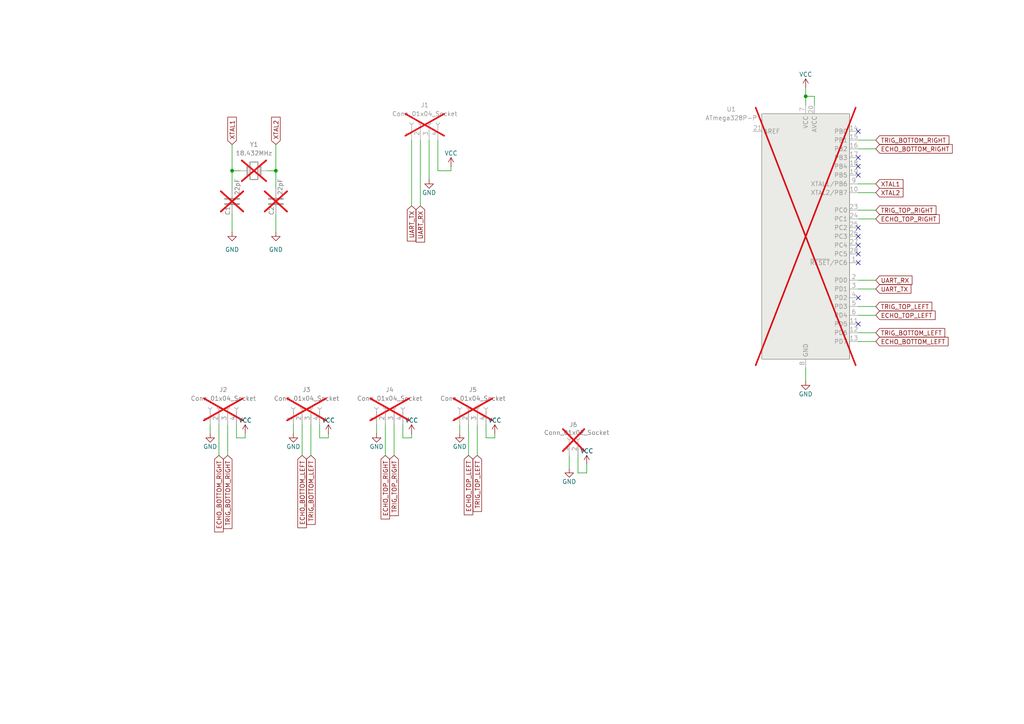
<source format=kicad_sch>
(kicad_sch (version 20250114) (generator "eeschema") (generator_version "9.0")
  (paper "A4")
  (lib_symbols
    (symbol "Connector:Conn_01x02_Socket" (pin_names (offset 1.016) (hide yes))
      (property "Reference" "J" (at 0 2.54 0))
      (property "Value" "Conn_01x02_Socket" (at 0 -5.08 0))
      (symbol "Conn_01x02_Socket_1_1"
        (polyline (pts (xy -1.27 0) (xy -0.508 0)) (stroke (width 0.1524)))
        (polyline (pts (xy -1.27 -2.54) (xy -0.508 -2.54)) (stroke (width 0.1524)))
        (arc (start 0 -0.508) (mid -0.5058 0) (end 0 0.508) (stroke (width 0.1524)))
        (arc (start 0 -3.048) (mid -0.5058 -2.54) (end 0 -2.032) (stroke (width 0.1524)))
        (pin passive line (at -5.08 0 0) (length 3.81) (name "Pin_1") (number "1"))
        (pin passive line (at -5.08 -2.54 0) (length 3.81) (name "Pin_2") (number "2"))
      )
    )
    (symbol "Connector:Conn_01x04_Socket" (pin_names (offset 1.016) (hide yes))
      (property "Reference" "J" (at 0 5.08 0))
      (property "Value" "Conn_01x04_Socket" (at 0 -7.62 0))
      (symbol "Conn_01x04_Socket_1_1"
        (polyline (pts (xy -1.27 2.54) (xy -0.508 2.54)) (stroke (width 0.1524)))
        (polyline (pts (xy -1.27 0) (xy -0.508 0)) (stroke (width 0.1524)))
        (polyline (pts (xy -1.27 -2.54) (xy -0.508 -2.54)) (stroke (width 0.1524)))
        (polyline (pts (xy -1.27 -5.08) (xy -0.508 -5.08)) (stroke (width 0.1524)))
        (arc (start 0 2.032) (mid -0.5058 2.54) (end 0 3.048) (stroke (width 0.1524)))
        (arc (start 0 -0.508) (mid -0.5058 0) (end 0 0.508) (stroke (width 0.1524)))
        (arc (start 0 -3.048) (mid -0.5058 -2.54) (end 0 -2.032) (stroke (width 0.1524)))
        (arc (start 0 -5.588) (mid -0.5058 -5.08) (end 0 -4.572) (stroke (width 0.1524)))
        (pin passive line (at -5.08 2.54 0) (length 3.81) (name "Pin_1") (number "1"))
        (pin passive line (at -5.08 0 0) (length 3.81) (name "Pin_2") (number "2"))
        (pin passive line (at -5.08 -2.54 0) (length 3.81) (name "Pin_3") (number "3"))
        (pin passive line (at -5.08 -5.08 0) (length 3.81) (name "Pin_4") (number "4"))
      )
    )
    (symbol "Device:C" (pin_numbers (hide yes)) (pin_names (offset 0.254))
      (property "Reference" "C" (at 0.635 2.54 0))
      (property "Value" "C" (at 0.635 -2.54 0))
      (symbol "C_0_1"
        (polyline (pts (xy -2.032 0.762) (xy 2.032 0.762)) (stroke (width 0.508)))
        (polyline (pts (xy -2.032 -0.762) (xy 2.032 -0.762)) (stroke (width 0.508)))
      )
      (symbol "C_1_1"
        (pin passive line (at 0 3.81 270) (length 2.794) (name "~") (number "1"))
        (pin passive line (at 0 -3.81 90) (length 2.794) (name "~") (number "2"))
      )
    )
    (symbol "Device:Crystal" (pin_numbers (hide yes)) (pin_names (offset 1.016) (hide yes))
      (property "Reference" "Y" (at 0 3.81 0))
      (property "Value" "Crystal" (at 0 -3.81 0))
      (symbol "Crystal_0_1"
        (polyline (pts (xy -2.54 0) (xy -1.905 0)))
        (polyline (pts (xy -1.905 -1.27) (xy -1.905 1.27)) (stroke (width 0.508)))
        (rectangle (start -1.143 2.54) (end 1.143 -2.54) (stroke (width 0.3048)))
        (polyline (pts (xy 1.905 -1.27) (xy 1.905 1.27)) (stroke (width 0.508)))
        (polyline (pts (xy 2.54 0) (xy 1.905 0)))
      )
      (symbol "Crystal_1_1"
        (pin passive line (at -3.81 0 0) (length 1.27) (name "1") (number "1"))
        (pin passive line (at 3.81 0 180) (length 1.27) (name "2") (number "2"))
      )
    )
    (symbol "MCU_Microchip_ATmega:ATmega328P-P"
      (property "Reference" "U" (at -12.7 36.83 0))
      (property "Value" "ATmega328P-P" (at 2.54 -36.83 0))
      (symbol "ATmega328P-P_0_1"
        (rectangle (start -12.7 -35.56) (end 12.7 35.56) (stroke (width 0.254)) (fill (type background)))
      )
      (symbol "ATmega328P-P_1_1"
        (pin passive line (at -15.24 30.48 0) (length 2.54) (name "AREF") (number "21"))
        (pin power_in line (at 0 38.1 270) (length 2.54) (name "VCC") (number "7"))
        (pin passive line (at 0 -38.1 90) (length 2.54) (hide yes) (name "GND") (number "22"))
        (pin power_in line (at 0 -38.1 90) (length 2.54) (name "GND") (number "8"))
        (pin power_in line (at 2.54 38.1 270) (length 2.54) (name "AVCC") (number "20"))
        (pin bidirectional line (at 15.24 30.48 180) (length 2.54) (name "PB0") (number "14"))
        (pin bidirectional line (at 15.24 27.94 180) (length 2.54) (name "PB1") (number "15"))
        (pin bidirectional line (at 15.24 25.4 180) (length 2.54) (name "PB2") (number "16"))
        (pin bidirectional line (at 15.24 22.86 180) (length 2.54) (name "PB3") (number "17"))
        (pin bidirectional line (at 15.24 20.32 180) (length 2.54) (name "PB4") (number "18"))
        (pin bidirectional line (at 15.24 17.78 180) (length 2.54) (name "PB5") (number "19"))
        (pin bidirectional line (at 15.24 15.24 180) (length 2.54) (name "XTAL1/PB6") (number "9"))
        (pin bidirectional line (at 15.24 12.7 180) (length 2.54) (name "XTAL2/PB7") (number "10"))
        (pin bidirectional line (at 15.24 7.62 180) (length 2.54) (name "PC0") (number "23"))
        (pin bidirectional line (at 15.24 5.08 180) (length 2.54) (name "PC1") (number "24"))
        (pin bidirectional line (at 15.24 2.54 180) (length 2.54) (name "PC2") (number "25"))
        (pin bidirectional line (at 15.24 0 180) (length 2.54) (name "PC3") (number "26"))
        (pin bidirectional line (at 15.24 -2.54 180) (length 2.54) (name "PC4") (number "27"))
        (pin bidirectional line (at 15.24 -5.08 180) (length 2.54) (name "PC5") (number "28"))
        (pin bidirectional line (at 15.24 -7.62 180) (length 2.54) (name "~{RESET}/PC6") (number "1"))
        (pin bidirectional line (at 15.24 -12.7 180) (length 2.54) (name "PD0") (number "2"))
        (pin bidirectional line (at 15.24 -15.24 180) (length 2.54) (name "PD1") (number "3"))
        (pin bidirectional line (at 15.24 -17.78 180) (length 2.54) (name "PD2") (number "4"))
        (pin bidirectional line (at 15.24 -20.32 180) (length 2.54) (name "PD3") (number "5"))
        (pin bidirectional line (at 15.24 -22.86 180) (length 2.54) (name "PD4") (number "6"))
        (pin bidirectional line (at 15.24 -25.4 180) (length 2.54) (name "PD5") (number "11"))
        (pin bidirectional line (at 15.24 -27.94 180) (length 2.54) (name "PD6") (number "12"))
        (pin bidirectional line (at 15.24 -30.48 180) (length 2.54) (name "PD7") (number "13"))
      )
    )
    (symbol "power:GND" (power) (pin_numbers (hide yes)) (pin_names (offset 0) (hide yes))
      (property "Value" "GND" (at 0 -3.81 0))
      (symbol "GND_0_1"
        (polyline (pts (xy 0 0) (xy 0 -1.27) (xy 1.27 -1.27) (xy 0 -2.54) (xy -1.27 -1.27) (xy 0 -1.27)))
      )
      (symbol "GND_1_1"
        (pin power_in line (at 0 0 270) (length 0) (name "~") (number "1"))
      )
    )
    (symbol "power:VCC" (power) (pin_numbers (hide yes)) (pin_names (offset 0) (hide yes))
      (property "Value" "VCC" (at 0 3.556 0))
      (symbol "VCC_0_1"
        (polyline (pts (xy -0.762 1.27) (xy 0 2.54)))
        (polyline (pts (xy 0 2.54) (xy 0.762 1.27)))
        (polyline (pts (xy 0 0) (xy 0 2.54)))
      )
      (symbol "VCC_1_1"
        (pin power_in line (at 0 0 90) (length 0) (name "~") (number "1"))
      )
    )
  )
  (junction (at 67.31 49.53))
  (junction (at 233.68 27.94))
  (junction (at 80.01 49.53))
  (no_connect (at 248.92 48.26))
  (no_connect (at 248.92 86.36))
  (no_connect (at 248.92 45.72))
  (no_connect (at 248.92 50.8))
  (no_connect (at 248.92 73.66))
  (no_connect (at 248.92 38.1))
  (no_connect (at 248.92 68.58))
  (no_connect (at 248.92 66.04))
  (no_connect (at 248.92 76.2))
  (no_connect (at 248.92 71.12))
  (no_connect (at 248.92 93.98))
  (wire (pts (xy 80.01 62.23) (xy 80.01 67.31)))
  (wire (pts (xy 233.68 25.4) (xy 233.68 27.94)))
  (wire (pts (xy 116.84 127) (xy 119.38 127)))
  (wire (pts (xy 248.92 55.88) (xy 254 55.88)))
  (wire (pts (xy 77.47 49.53) (xy 80.01 49.53)))
  (wire (pts (xy 85.09 123.19) (xy 85.09 125.73)))
  (wire (pts (xy 170.18 137.16) (xy 170.18 134.62)))
  (wire (pts (xy 80.01 41.91) (xy 80.01 49.53)))
  (wire (pts (xy 114.3 123.19) (xy 114.3 132.08)))
  (wire (pts (xy 127 49.53) (xy 130.81 49.53)))
  (wire (pts (xy 233.68 27.94) (xy 233.68 30.48)))
  (wire (pts (xy 248.92 88.9) (xy 254 88.9)))
  (wire (pts (xy 90.17 123.19) (xy 90.17 132.08)))
  (wire (pts (xy 248.92 83.82) (xy 254 83.82)))
  (wire (pts (xy 135.89 123.19) (xy 135.89 132.08)))
  (wire (pts (xy 60.96 123.19) (xy 60.96 125.73)))
  (wire (pts (xy 248.92 63.5) (xy 254 63.5)))
  (wire (pts (xy 87.63 123.19) (xy 87.63 132.08)))
  (wire (pts (xy 127 40.64) (xy 127 49.53)))
  (wire (pts (xy 133.35 123.19) (xy 133.35 125.73)))
  (wire (pts (xy 248.92 40.64) (xy 254 40.64)))
  (wire (pts (xy 248.92 81.28) (xy 254 81.28)))
  (wire (pts (xy 138.43 123.19) (xy 138.43 132.08)))
  (wire (pts (xy 67.31 49.53) (xy 67.31 54.61)))
  (wire (pts (xy 248.92 99.06) (xy 254 99.06)))
  (wire (pts (xy 167.64 132.08) (xy 167.64 137.16)))
  (wire (pts (xy 67.31 41.91) (xy 67.31 49.53)))
  (wire (pts (xy 71.12 127) (xy 71.12 125.73)))
  (wire (pts (xy 69.85 49.53) (xy 67.31 49.53)))
  (wire (pts (xy 233.68 106.68) (xy 233.68 110.49)))
  (wire (pts (xy 140.97 123.19) (xy 140.97 127)))
  (wire (pts (xy 80.01 49.53) (xy 80.01 54.61)))
  (wire (pts (xy 66.04 123.19) (xy 66.04 132.08)))
  (wire (pts (xy 63.5 123.19) (xy 63.5 132.08)))
  (wire (pts (xy 143.51 127) (xy 143.51 125.73)))
  (wire (pts (xy 92.71 127) (xy 95.25 127)))
  (wire (pts (xy 68.58 127) (xy 71.12 127)))
  (wire (pts (xy 236.22 30.48) (xy 236.22 27.94)))
  (wire (pts (xy 167.64 137.16) (xy 170.18 137.16)))
  (wire (pts (xy 165.1 132.08) (xy 165.1 135.89)))
  (wire (pts (xy 121.92 40.64) (xy 121.92 59.69)))
  (wire (pts (xy 248.92 60.96) (xy 254 60.96)))
  (wire (pts (xy 248.92 91.44) (xy 254 91.44)))
  (wire (pts (xy 248.92 53.34) (xy 254 53.34)))
  (wire (pts (xy 248.92 96.52) (xy 254 96.52)))
  (wire (pts (xy 67.31 62.23) (xy 67.31 67.31)))
  (wire (pts (xy 95.25 127) (xy 95.25 125.73)))
  (wire (pts (xy 68.58 123.19) (xy 68.58 127)))
  (wire (pts (xy 116.84 123.19) (xy 116.84 127)))
  (wire (pts (xy 124.46 40.64) (xy 124.46 52.07)))
  (wire (pts (xy 130.81 49.53) (xy 130.81 48.26)))
  (wire (pts (xy 119.38 127) (xy 119.38 125.73)))
  (wire (pts (xy 119.38 40.64) (xy 119.38 59.69)))
  (wire (pts (xy 92.71 123.19) (xy 92.71 127)))
  (wire (pts (xy 248.92 43.18) (xy 254 43.18)))
  (wire (pts (xy 109.22 123.19) (xy 109.22 125.73)))
  (wire (pts (xy 140.97 127) (xy 143.51 127)))
  (wire (pts (xy 236.22 27.94) (xy 233.68 27.94)))
  (wire (pts (xy 111.76 123.19) (xy 111.76 132.08)))
  (global_label "ECHO_TOP_LEFT" (shape input) (at 135.89 132.08 270) (property "Intersheetrefs" "${INTERSHEET_REFS}" (effects (hide yes))))
  (global_label "TRIG_BOTTOM_LEFT" (shape input) (at 254 96.52 0) (property "Intersheetrefs" "${INTERSHEET_REFS}" (effects (hide yes))))
  (global_label "XTAL1" (shape input) (at 67.31 41.91 90) (property "Intersheetrefs" "${INTERSHEET_REFS}" (effects (hide yes))))
  (global_label "TRIG_TOP_RIGHT" (shape input) (at 114.3 132.08 270) (property "Intersheetrefs" "${INTERSHEET_REFS}" (effects (hide yes))))
  (global_label "ECHO_TOP_LEFT" (shape input) (at 254 91.44 0) (property "Intersheetrefs" "${INTERSHEET_REFS}" (effects (hide yes))))
  (global_label "TRIG_BOTTOM_LEFT" (shape input) (at 90.17 132.08 270) (property "Intersheetrefs" "${INTERSHEET_REFS}" (effects (hide yes))))
  (global_label "XTAL2" (shape input) (at 254 55.88 0) (property "Intersheetrefs" "${INTERSHEET_REFS}" (effects (hide yes))))
  (global_label "TRIG_BOTTOM_RIGHT" (shape input) (at 66.04 132.08 270) (property "Intersheetrefs" "${INTERSHEET_REFS}" (effects (hide yes))))
  (global_label "XTAL1" (shape input) (at 254 53.34 0) (property "Intersheetrefs" "${INTERSHEET_REFS}" (effects (hide yes))))
  (global_label "ECHO_TOP_RIGHT" (shape input) (at 254 63.5 0) (property "Intersheetrefs" "${INTERSHEET_REFS}" (effects (hide yes))))
  (global_label "ECHO_BOTTOM_RIGHT" (shape input) (at 254 43.18 0) (property "Intersheetrefs" "${INTERSHEET_REFS}" (effects (hide yes))))
  (global_label "TRIG_TOP_RIGHT" (shape input) (at 254 60.96 0) (property "Intersheetrefs" "${INTERSHEET_REFS}" (effects (hide yes))))
  (global_label "ECHO_TOP_RIGHT" (shape input) (at 111.76 132.08 270) (property "Intersheetrefs" "${INTERSHEET_REFS}" (effects (hide yes))))
  (global_label "TRIG_BOTTOM_RIGHT" (shape input) (at 254 40.64 0) (property "Intersheetrefs" "${INTERSHEET_REFS}" (effects (hide yes))))
  (global_label "UART_TX" (shape input) (at 254 83.82 0) (property "Intersheetrefs" "${INTERSHEET_REFS}" (effects (hide yes))))
  (global_label "TRIG_TOP_LEFT" (shape input) (at 254 88.9 0) (property "Intersheetrefs" "${INTERSHEET_REFS}" (effects (hide yes))))
  (global_label "ECHO_BOTTOM_RIGHT" (shape input) (at 63.5 132.08 270) (property "Intersheetrefs" "${INTERSHEET_REFS}" (effects (hide yes))))
  (global_label "XTAL2" (shape input) (at 80.01 41.91 90) (property "Intersheetrefs" "${INTERSHEET_REFS}" (effects (hide yes))))
  (global_label "UART_TX" (shape input) (at 119.38 59.69 270) (property "Intersheetrefs" "${INTERSHEET_REFS}" (effects (hide yes))))
  (global_label "TRIG_TOP_LEFT" (shape input) (at 138.43 132.08 270) (property "Intersheetrefs" "${INTERSHEET_REFS}" (effects (hide yes))))
  (global_label "ECHO_BOTTOM_LEFT" (shape input) (at 87.63 132.08 270) (property "Intersheetrefs" "${INTERSHEET_REFS}" (effects (hide yes))))
  (global_label "ECHO_BOTTOM_LEFT" (shape input) (at 254 99.06 0) (property "Intersheetrefs" "${INTERSHEET_REFS}" (effects (hide yes))))
  (global_label "UART_RX" (shape input) (at 254 81.28 0) (property "Intersheetrefs" "${INTERSHEET_REFS}" (effects (hide yes))))
  (global_label "UART_RX" (shape input) (at 121.92 59.69 270) (property "Intersheetrefs" "${INTERSHEET_REFS}" (effects (hide yes))))
  (symbol (lib_id "power:VCC") (at 95.25 125.73 0) (unit 1)
    (property "Reference" "#PWR08" (effects (hide yes)))
    (property "Value" "VCC" (at 95.25 121.92 0))
    (property "Description" "Power symbol creates a global label with name \"VCC\"" (effects (hide yes)))
  )
  (symbol (lib_id "Connector:Conn_01x04_Socket") (at 111.76 118.11 90) (unit 1) (dnp yes)
    (property "Reference" "J4" (at 113.03 113.03 90))
    (property "Value" "Conn_01x04_Socket" (at 113.03 115.57 90))
    (property "Footprint" "Connector_PinSocket_2.54mm:PinSocket_1x04_P2.54mm_Vertical" (effects (hide yes)))
    (property "Description" "Generic connector, single row, 01x04, script generated" (effects (hide yes)))
  )
  (symbol (lib_id "Connector:Conn_01x02_Socket") (at 165.1 127 90) (unit 1) (dnp yes)
    (property "Reference" "J6" (at 165.1 123.19 90) (effects (justify right)))
    (property "Value" "Conn_01x02_Socket" (at 157.734 125.476 90) (effects (justify right)))
    (property "Footprint" "Connector_PinSocket_2.54mm:PinSocket_1x02_P2.54mm_Vertical" (effects (hide yes)))
    (property "Description" "Generic connector, single row, 01x02, script generated" (effects (hide yes)))
  )
  (symbol (lib_id "Device:C") (at 67.31 58.42 0) (unit 1) (dnp yes)
    (property "Reference" "C1" (at 66.04 62.484 90) (effects (justify left)))
    (property "Value" "22pF" (at 68.834 56.642 90) (effects (justify left)))
    (property "Footprint" "Capacitor_SMD:C_0805_2012Metric_Pad1.18x1.45mm_HandSolder" (effects (hide yes)))
    (property "Description" "Unpolarized capacitor" (effects (hide yes)))
  )
  (symbol (lib_id "Connector:Conn_01x04_Socket") (at 87.63 118.11 90) (unit 1) (dnp yes)
    (property "Reference" "J3" (at 88.9 113.03 90))
    (property "Value" "Conn_01x04_Socket" (at 88.9 115.57 90))
    (property "Footprint" "Connector_PinSocket_2.54mm:PinSocket_1x04_P2.54mm_Vertical" (effects (hide yes)))
    (property "Description" "Generic connector, single row, 01x04, script generated" (effects (hide yes)))
  )
  (symbol (lib_id "power:VCC") (at 233.68 25.4 0) (unit 1)
    (property "Reference" "#PWR013" (effects (hide yes)))
    (property "Value" "VCC" (at 233.68 21.59 0))
    (property "Description" "Power symbol creates a global label with name \"VCC\"" (effects (hide yes)))
  )
  (symbol (lib_id "power:VCC") (at 143.51 125.73 0) (unit 1)
    (property "Reference" "#PWR012" (effects (hide yes)))
    (property "Value" "VCC" (at 143.51 121.92 0))
    (property "Description" "Power symbol creates a global label with name \"VCC\"" (effects (hide yes)))
  )
  (symbol (lib_id "power:GND") (at 80.01 67.31 0) (unit 1)
    (property "Reference" "#PWR02" (effects (hide yes)))
    (property "Value" "GND" (at 80.01 72.39 0))
    (property "Description" "Power symbol creates a global label with name \"GND\" , ground" (effects (hide yes)))
  )
  (symbol (lib_id "power:GND") (at 85.09 125.73 0) (unit 1)
    (property "Reference" "#PWR07" (effects (hide yes)))
    (property "Value" "GND" (at 85.09 129.54 0))
    (property "Description" "Power symbol creates a global label with name \"GND\" , ground" (effects (hide yes)))
  )
  (symbol (lib_id "power:GND") (at 133.35 125.73 0) (unit 1)
    (property "Reference" "#PWR011" (effects (hide yes)))
    (property "Value" "GND" (at 133.35 129.54 0))
    (property "Description" "Power symbol creates a global label with name \"GND\" , ground" (effects (hide yes)))
  )
  (symbol (lib_id "power:GND") (at 109.22 125.73 0) (unit 1)
    (property "Reference" "#PWR09" (effects (hide yes)))
    (property "Value" "GND" (at 109.22 129.54 0))
    (property "Description" "Power symbol creates a global label with name \"GND\" , ground" (effects (hide yes)))
  )
  (symbol (lib_id "power:VCC") (at 119.38 125.73 0) (unit 1)
    (property "Reference" "#PWR010" (effects (hide yes)))
    (property "Value" "VCC" (at 119.38 121.92 0))
    (property "Description" "Power symbol creates a global label with name \"VCC\"" (effects (hide yes)))
  )
  (symbol (lib_id "power:VCC") (at 170.18 134.62 0) (unit 1)
    (property "Reference" "#PWR016" (effects (hide yes)))
    (property "Value" "VCC" (at 170.18 130.81 0))
    (property "Description" "Power symbol creates a global label with name \"VCC\"" (effects (hide yes)))
  )
  (symbol (lib_id "power:GND") (at 165.1 135.89 0) (unit 1)
    (property "Reference" "#PWR015" (effects (hide yes)))
    (property "Value" "GND" (at 165.1 139.7 0))
    (property "Description" "Power symbol creates a global label with name \"GND\" , ground" (effects (hide yes)))
  )
  (symbol (lib_id "power:VCC") (at 130.81 48.26 0) (unit 1)
    (property "Reference" "#PWR04" (effects (hide yes)))
    (property "Value" "VCC" (at 130.81 44.45 0))
    (property "Description" "Power symbol creates a global label with name \"VCC\"" (effects (hide yes)))
  )
  (symbol (lib_id "Connector:Conn_01x04_Socket") (at 135.89 118.11 90) (unit 1) (dnp yes)
    (property "Reference" "J5" (at 137.16 113.03 90))
    (property "Value" "Conn_01x04_Socket" (at 137.16 115.57 90))
    (property "Footprint" "Connector_PinSocket_2.54mm:PinSocket_1x04_P2.54mm_Vertical" (effects (hide yes)))
    (property "Description" "Generic connector, single row, 01x04, script generated" (effects (hide yes)))
  )
  (symbol (lib_id "Connector:Conn_01x04_Socket") (at 63.5 118.11 90) (unit 1) (dnp yes)
    (property "Reference" "J2" (at 64.77 113.03 90))
    (property "Value" "Conn_01x04_Socket" (at 64.77 115.57 90))
    (property "Footprint" "Connector_PinSocket_2.54mm:PinSocket_1x04_P2.54mm_Vertical" (effects (hide yes)))
    (property "Description" "Generic connector, single row, 01x04, script generated" (effects (hide yes)))
  )
  (symbol (lib_id "Device:Crystal") (at 73.66 49.53 0) (unit 1) (dnp yes)
    (property "Reference" "Y1" (at 73.66 41.91 0))
    (property "Value" "18.432MHz" (at 73.66 44.45 0))
    (property "Footprint" "Crystal:Crystal_HC49-4H_Vertical" (effects (hide yes)))
    (property "Description" "Two pin crystal" (effects (hide yes)))
  )
  (symbol (lib_id "power:GND") (at 233.68 110.49 0) (unit 1)
    (property "Reference" "#PWR014" (effects (hide yes)))
    (property "Value" "GND" (at 233.68 114.3 0))
    (property "Description" "Power symbol creates a global label with name \"GND\" , ground" (effects (hide yes)))
  )
  (symbol (lib_id "power:VCC") (at 71.12 125.73 0) (unit 1)
    (property "Reference" "#PWR05" (effects (hide yes)))
    (property "Value" "VCC" (at 71.12 121.92 0))
    (property "Description" "Power symbol creates a global label with name \"VCC\"" (effects (hide yes)))
  )
  (symbol (lib_id "power:GND") (at 124.46 52.07 0) (unit 1)
    (property "Reference" "#PWR03" (effects (hide yes)))
    (property "Value" "GND" (at 124.46 55.88 0))
    (property "Description" "Power symbol creates a global label with name \"GND\" , ground" (effects (hide yes)))
  )
  (symbol (lib_id "power:GND") (at 67.31 67.31 0) (unit 1)
    (property "Reference" "#PWR01" (effects (hide yes)))
    (property "Value" "GND" (at 67.31 72.39 0))
    (property "Description" "Power symbol creates a global label with name \"GND\" , ground" (effects (hide yes)))
  )
  (symbol (lib_id "Device:C") (at 80.01 58.42 0) (unit 1) (dnp yes)
    (property "Reference" "C2" (at 78.74 62.484 90) (effects (justify left)))
    (property "Value" "22pF" (at 81.28 56.642 90) (effects (justify left)))
    (property "Footprint" "Capacitor_SMD:C_0805_2012Metric_Pad1.18x1.45mm_HandSolder" (effects (hide yes)))
    (property "Description" "Unpolarized capacitor" (effects (hide yes)))
  )
  (symbol (lib_id "power:GND") (at 60.96 125.73 0) (unit 1)
    (property "Reference" "#PWR06" (effects (hide yes)))
    (property "Value" "GND" (at 60.96 129.54 0))
    (property "Description" "Power symbol creates a global label with name \"GND\" , ground" (effects (hide yes)))
  )
  (symbol (lib_id "MCU_Microchip_ATmega:ATmega328P-P") (at 233.68 68.58 0) (unit 1) (dnp yes)
    (property "Reference" "U1" (at 212.09 31.6798 0))
    (property "Value" "ATmega328P-P" (at 212.09 34.2198 0))
    (property "Footprint" "Package_DIP:DIP-28_W7.62mm_Socket_LongPads" (effects (hide yes)))
    (property "Datasheet" "http://ww1.microchip.com/downloads/en/DeviceDoc/ATmega328_P%20AVR%20MCU%20with%20picoPower%20Technology%20Data%20Sheet%2040001984A.pdf" (effects (hide yes)))
    (property "Description" "20MHz, 32kB Flash, 2kB SRAM, 1kB EEPROM, DIP-28" (effects (hide yes)))
  )
  (symbol (lib_id "Connector:Conn_01x04_Socket") (at 121.92 35.56 90) (unit 1) (dnp yes)
    (property "Reference" "J1" (at 123.19 30.48 90))
    (property "Value" "Conn_01x04_Socket" (at 123.19 33.02 90))
    (property "Footprint" "Connector_PinSocket_2.54mm:PinSocket_1x04_P2.54mm_Horizontal" (effects (hide yes)))
    (property "Description" "Generic connector, single row, 01x04, script generated" (effects (hide yes)))
  )
)
</source>
